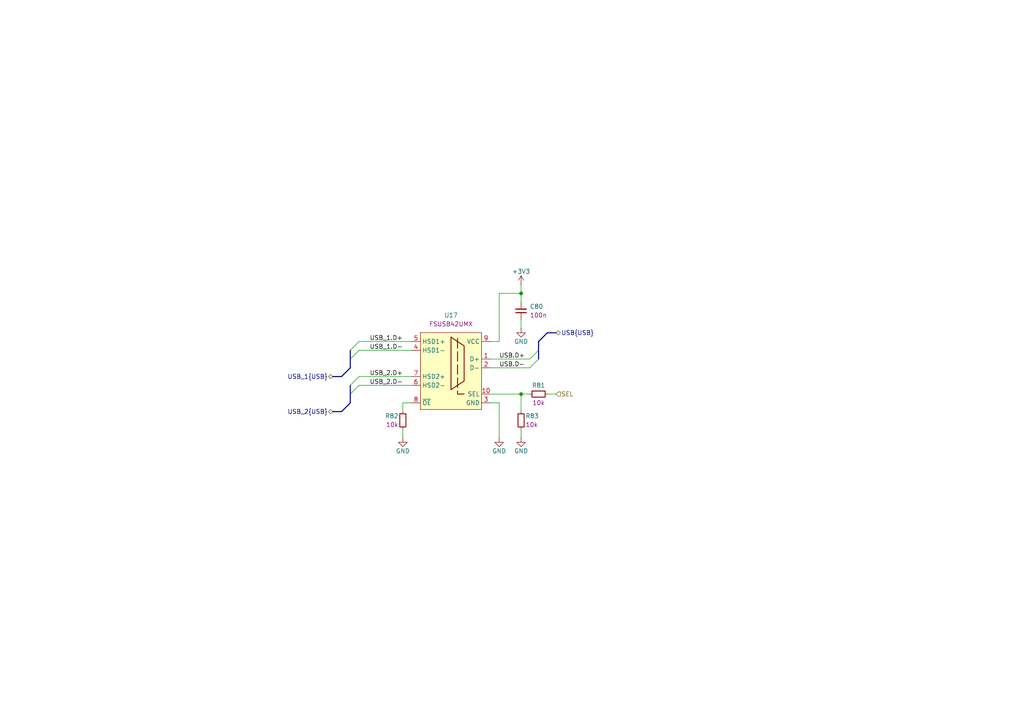
<source format=kicad_sch>
(kicad_sch (version 20250114) (generator "eeschema") (generator_version "9.0")
  (paper "A4")
  (title_block (title "ModuCard CM5 module") (date "2025-07-05") (rev "1.0.0") (company "KoNaR") (comment 1 "Project author: Dominik Pluta"))
  (lib_symbols
    (symbol "DW-ICs:FSUSB42UMX"
      (property "Reference" "U" (at 35.56 0 0))
      (property "MPN" "FSUSB42UMX" (at 35.56 -15.24 0))
      (symbol "FSUSB42UMX_1_1"
        (rectangle (start 2.54 2.54) (end 20.32 -19.685) (fill (type background)))
        (polyline (pts (xy 7.62 -15.24) (xy 9.525 -15.24) (xy 9.525 1.27)) (stroke (width 0.254) (type dash)))
        (polyline (pts (xy 11.43 1.27) (xy 11.43 -13.97) (xy 7.62 -11.43) (xy 7.62 -1.27) (xy 11.43 1.27)) (stroke (width 0.254)) (fill (type background)))
        (pin power_in line (at 0 0 0) (length 2.54) (name "VCC") (number "9"))
        (pin bidirectional line (at 0 -5.08 0) (length 2.54) (name "D+") (number "1"))
        (pin bidirectional line (at 0 -7.62 0) (length 2.54) (name "D-") (number "2"))
        (pin input line (at 0 -15.24 0) (length 2.54) (name "SEL") (number "10"))
        (pin power_in line (at 0 -17.78 0) (length 2.54) (name "GND") (number "3"))
        (pin bidirectional line (at 22.86 0 180) (length 2.54) (name "HSD1+") (number "5"))
        (pin bidirectional line (at 22.86 -2.54 180) (length 2.54) (name "HSD1-") (number "4"))
        (pin bidirectional line (at 22.86 -10.16 180) (length 2.54) (name "HSD2+") (number "7"))
        (pin bidirectional line (at 22.86 -12.7 180) (length 2.54) (name "HSD2-") (number "6"))
        (pin input line (at 22.86 -17.78 180) (length 2.54) (name "~{OE}") (number "8"))
      )
    )
    (symbol "DW-capacitors:C-100n-0402" (pin_numbers (hide yes)) (pin_names (hide yes))
      (property "Reference" "C" (at 12.7 0 0))
      (property "Val" "100n" (at 12.7 -20.32 0))
      (symbol "C-100n-0402_0_1"
        (polyline (pts (xy 2.032 -1.524) (xy 2.032 1.524)) (stroke (width 0.3048)))
        (polyline (pts (xy 3.048 -1.524) (xy 3.048 1.524)) (stroke (width 0.3302)))
      )
      (symbol "C-100n-0402_1_1"
        (pin passive line (at 0 0 0) (length 2.032) (name "~") (number "1"))
        (pin passive line (at 5.08 0 180) (length 2.032) (name "~") (number "2"))
      )
    )
    (symbol "DW-power-symbols:+3V3" (power) (pin_numbers (hide yes)) (pin_names (offset 0) (hide yes))
      (property "Value" "+3V3" (at 0 3.556 0))
      (symbol "+3V3_0_1"
        (polyline (pts (xy -0.762 1.27) (xy 0 2.54)))
        (polyline (pts (xy 0 2.54) (xy 0.762 1.27)))
        (polyline (pts (xy 0 0) (xy 0 2.54)))
      )
      (symbol "+3V3_1_1"
        (pin power_in line (at 0 0 90) (length 0) (name "~") (number "1"))
      )
    )
    (symbol "DW-power-symbols:GND" (power) (pin_numbers (hide yes)) (pin_names (offset 0) (hide yes))
      (property "Value" "GND" (at 0 -3.81 0))
      (symbol "GND_0_1"
        (polyline (pts (xy 0 0) (xy 0 -1.27) (xy 1.27 -1.27) (xy 0 -2.54) (xy -1.27 -1.27) (xy 0 -1.27)))
      )
      (symbol "GND_1_1"
        (pin power_in line (at 0 0 270) (length 0) (name "~") (number "1"))
      )
    )
    (symbol "DW-resistors:R-10k-0402" (pin_numbers (hide yes)) (pin_names (offset 0) (hide yes))
      (property "Reference" "R" (at 12.7 0 0))
      (property "Val" "10k" (at 12.7 -20.32 0))
      (symbol "R-10k-0402_0_1"
        (rectangle (start 0.635 0.889) (end 4.445 -0.889) (stroke (width 0.254)))
      )
      (symbol "R-10k-0402_1_1"
        (pin passive line (at 0 0 0) (length 0.635) (name "~") (number "1"))
        (pin passive line (at 5.08 0 180) (length 0.635) (name "~") (number "2"))
      )
    )
  )
  (junction (at 151.13 114.3))
  (junction (at 151.13 85.09))
  (bus_entry (at 101.6 111.76) (size 2.54 -2.54))
  (bus_entry (at 156.21 101.6) (size -2.54 2.54))
  (bus_entry (at 156.21 104.14) (size -2.54 2.54))
  (bus_entry (at 101.6 104.14) (size 2.54 -2.54))
  (bus_entry (at 101.6 114.3) (size 2.54 -2.54))
  (bus_entry (at 101.6 101.6) (size 2.54 -2.54))
  (wire (pts (xy 144.78 85.09) (xy 144.78 99.06)))
  (bus (pts (xy 101.6 114.3) (xy 101.6 116.84)))
  (wire (pts (xy 142.24 106.68) (xy 153.67 106.68)))
  (wire (pts (xy 116.84 127) (xy 116.84 124.46)))
  (wire (pts (xy 151.13 114.3) (xy 153.67 114.3)))
  (wire (pts (xy 104.14 109.22) (xy 119.38 109.22)))
  (bus (pts (xy 161.29 96.52) (xy 158.75 96.52)))
  (bus (pts (xy 101.6 101.6) (xy 101.6 104.14)))
  (wire (pts (xy 151.13 114.3) (xy 151.13 119.38)))
  (bus (pts (xy 96.52 119.38) (xy 99.06 119.38)))
  (wire (pts (xy 144.78 85.09) (xy 151.13 85.09)))
  (wire (pts (xy 151.13 124.46) (xy 151.13 127)))
  (wire (pts (xy 144.78 116.84) (xy 142.24 116.84)))
  (wire (pts (xy 116.84 119.38) (xy 116.84 116.84)))
  (bus (pts (xy 96.52 109.22) (xy 99.06 109.22)))
  (bus (pts (xy 99.06 109.22) (xy 101.6 106.68)))
  (wire (pts (xy 151.13 85.09) (xy 151.13 87.63)))
  (bus (pts (xy 99.06 119.38) (xy 101.6 116.84)))
  (wire (pts (xy 151.13 82.55) (xy 151.13 85.09)))
  (wire (pts (xy 116.84 116.84) (xy 119.38 116.84)))
  (wire (pts (xy 104.14 111.76) (xy 119.38 111.76)))
  (bus (pts (xy 156.21 101.6) (xy 156.21 99.06)))
  (wire (pts (xy 142.24 104.14) (xy 153.67 104.14)))
  (wire (pts (xy 104.14 99.06) (xy 119.38 99.06)))
  (bus (pts (xy 156.21 104.14) (xy 156.21 101.6)))
  (bus (pts (xy 101.6 104.14) (xy 101.6 106.68)))
  (wire (pts (xy 144.78 127) (xy 144.78 116.84)))
  (bus (pts (xy 101.6 111.76) (xy 101.6 114.3)))
  (bus (pts (xy 158.75 96.52) (xy 156.21 99.06)))
  (wire (pts (xy 158.75 114.3) (xy 161.29 114.3)))
  (wire (pts (xy 104.14 101.6) (xy 119.38 101.6)))
  (wire (pts (xy 151.13 92.71) (xy 151.13 95.25)))
  (wire (pts (xy 142.24 114.3) (xy 151.13 114.3)))
  (wire (pts (xy 144.78 99.06) (xy 142.24 99.06)))
  (label "USB.D+" (at 144.78 104.14 0))
  (label "USB_1.D+" (at 116.84 99.06 180))
  (label "USB_1.D-" (at 116.84 101.6 180))
  (label "USB_2.D+" (at 116.84 109.22 180))
  (label "USB.D-" (at 144.78 106.68 0))
  (label "USB_2.D-" (at 116.84 111.76 180))
  (hierarchical_label "USB_1{USB}" (shape bidirectional) (at 96.52 109.22 180))
  (hierarchical_label "SEL" (shape input) (at 161.29 114.3 0))
  (hierarchical_label "USB_2{USB}" (shape bidirectional) (at 96.52 119.38 180))
  (hierarchical_label "USB{USB}" (shape bidirectional) (at 161.29 96.52 0))
  (symbol (lib_id "DW-power-symbols:+3V3") (at 151.13 82.55 0) (unit 1)
    (property "Reference" "#PWR0202" (effects (hide yes)))
    (property "Value" "+3V3" (at 151.13 78.74 0))
    (property "Description" "Power symbol creates a global label with name \"+3V3\"" (effects (hide yes)))
  )
  (symbol (lib_id "DW-capacitors:C-100n-0402") (at 151.13 92.71 90) (unit 1)
    (property "Reference" "C80" (at 153.67 88.8936 90) (effects (justify right)))
    (property "Value" "C-100n-0402" (effects (hide yes)))
    (property "Footprint" "DW-footprints:C_0402_1005Metric" (effects (hide yes)))
    (property "Datasheet" "https://lcsc.com/datasheet/lcsc_datasheet_2304140030_Samsung-Electro-Mechanics-CL05B104KB54PNC_C307331.pdf" (effects (hide yes)))
    (property "Description" "50V 100nF X7R ±10% 0402 Multilayer Ceramic Capacitors MLCC - SMD/SMT ROHS" (effects (hide yes)))
    (property "Manufacturer" "Samsung Electro-Mechanics" (effects (hide yes)))
    (property "MPN" "CL05B104KB54PNC" (effects (hide yes)))
    (property "LCSC" "C307331" (effects (hide yes)))
    (property "Val" "100n" (at 153.67 91.4336 90) (effects (justify right)))
    (property "Tolerance" "10%" (effects (hide yes)))
    (property "Voltage" "50V" (effects (hide yes)))
    (property "Dielectric" "X7R" (effects (hide yes)))
  )
  (symbol (lib_id "DW-resistors:R-10k-0402") (at 153.67 114.3 0) (unit 1)
    (property "Reference" "R81" (at 156.21 111.76 0))
    (property "Value" "R-10k-0402" (effects (hide yes)))
    (property "Footprint" "DW-footprints:R_0402_1005Metric" (effects (hide yes)))
    (property "Datasheet" "https://lcsc.com/datasheet/lcsc_datasheet_2411221126_UNI-ROYAL-Uniroyal-Elec-0402WGF1002TCE_C25744.pdf" (effects (hide yes)))
    (property "Description" "62.5mW Thick Film Resistor 50V ±100ppm/℃ ±1% 10kΩ 0402 Chip Resistor - Surface Mount ROHS" (effects (hide yes)))
    (property "Manufacturer" "UNI-ROYAL(Uniroyal Elec)" (effects (hide yes)))
    (property "MPN" "0402WGF1002TCE" (effects (hide yes)))
    (property "LCSC" "C25744" (effects (hide yes)))
    (property "Val" "10k" (at 156.21 116.84 0))
    (property "Tolerance" "1%" (effects (hide yes)))
  )
  (symbol (lib_id "DW-resistors:R-10k-0402") (at 151.13 124.46 90) (unit 1)
    (property "Reference" "R83" (at 152.4 120.65 90) (effects (justify right)))
    (property "Value" "R-10k-0402" (effects (hide yes)))
    (property "Footprint" "DW-footprints:R_0402_1005Metric" (effects (hide yes)))
    (property "Datasheet" "https://lcsc.com/datasheet/lcsc_datasheet_2411221126_UNI-ROYAL-Uniroyal-Elec-0402WGF1002TCE_C25744.pdf" (effects (hide yes)))
    (property "Description" "62.5mW Thick Film Resistor 50V ±100ppm/℃ ±1% 10kΩ 0402 Chip Resistor - Surface Mount ROHS" (effects (hide yes)))
    (property "Manufacturer" "UNI-ROYAL(Uniroyal Elec)" (effects (hide yes)))
    (property "MPN" "0402WGF1002TCE" (effects (hide yes)))
    (property "LCSC" "C25744" (effects (hide yes)))
    (property "Val" "10k" (at 152.4 123.19 90) (effects (justify right)))
    (property "Tolerance" "1%" (effects (hide yes)))
  )
  (symbol (lib_id "DW-power-symbols:GND") (at 151.13 127 0) (mirror y) (unit 1)
    (property "Reference" "#PWR0205" (effects (hide yes)))
    (property "Value" "GND" (at 151.13 130.81 0))
    (property "Description" "Power symbol creates a global label with name \"GND\" , ground" (effects (hide yes)))
  )
  (symbol (lib_id "DW-ICs:FSUSB42UMX") (at 142.24 99.06 0) (mirror y) (unit 1)
    (property "Reference" "U17" (at 130.81 91.44 0))
    (property "Value" "FSUSB42UMX" (effects (hide yes)))
    (property "Footprint" "DW-footprints:UFQFN-10_1.4x1.8mm_P0.4mm" (effects (hide yes)))
    (property "Datasheet" "https://www.lcsc.com/datasheet/C11145.pdf" (effects (hide yes)))
    (property "Description" "2 3.9Ω 2:1 UFQFN-10(1.4x1.8) Analog Switches, Multiplexers ROHS" (effects (hide yes)))
    (property "Manufacturer" "Onsemi" (effects (hide yes)))
    (property "MPN" "FSUSB42UMX" (at 130.81 93.98 0))
    (property "LCSC" "C11145" (effects (hide yes)))
  )
  (symbol (lib_id "DW-power-symbols:GND") (at 144.78 127 0) (mirror y) (unit 1)
    (property "Reference" "#PWR0204" (effects (hide yes)))
    (property "Value" "GND" (at 144.78 130.81 0))
    (property "Description" "Power symbol creates a global label with name \"GND\" , ground" (effects (hide yes)))
  )
  (symbol (lib_id "DW-resistors:R-10k-0402") (at 116.84 124.46 270) (mirror x) (unit 1)
    (property "Reference" "R82" (at 115.57 120.65 90) (effects (justify right)))
    (property "Value" "R-10k-0402" (effects (hide yes)))
    (property "Footprint" "DW-footprints:R_0402_1005Metric" (effects (hide yes)))
    (property "Datasheet" "https://lcsc.com/datasheet/lcsc_datasheet_2411221126_UNI-ROYAL-Uniroyal-Elec-0402WGF1002TCE_C25744.pdf" (effects (hide yes)))
    (property "Description" "62.5mW Thick Film Resistor 50V ±100ppm/℃ ±1% 10kΩ 0402 Chip Resistor - Surface Mount ROHS" (effects (hide yes)))
    (property "Manufacturer" "UNI-ROYAL(Uniroyal Elec)" (effects (hide yes)))
    (property "MPN" "0402WGF1002TCE" (effects (hide yes)))
    (property "LCSC" "C25744" (effects (hide yes)))
    (property "Val" "10k" (at 115.57 123.19 90) (effects (justify right)))
    (property "Tolerance" "1%" (effects (hide yes)))
  )
  (symbol (lib_id "DW-power-symbols:GND") (at 116.84 127 0) (mirror y) (unit 1)
    (property "Reference" "#PWR0203" (effects (hide yes)))
    (property "Value" "GND" (at 116.84 130.81 0))
    (property "Description" "Power symbol creates a global label with name \"GND\" , ground" (effects (hide yes)))
  )
  (symbol (lib_id "DW-power-symbols:GND") (at 151.13 95.25 0) (mirror y) (unit 1)
    (property "Reference" "#PWR017" (effects (hide yes)))
    (property "Value" "GND" (at 151.13 99.06 0))
    (property "Description" "Power symbol creates a global label with name \"GND\" , ground" (effects (hide yes)))
  )
)
</source>
